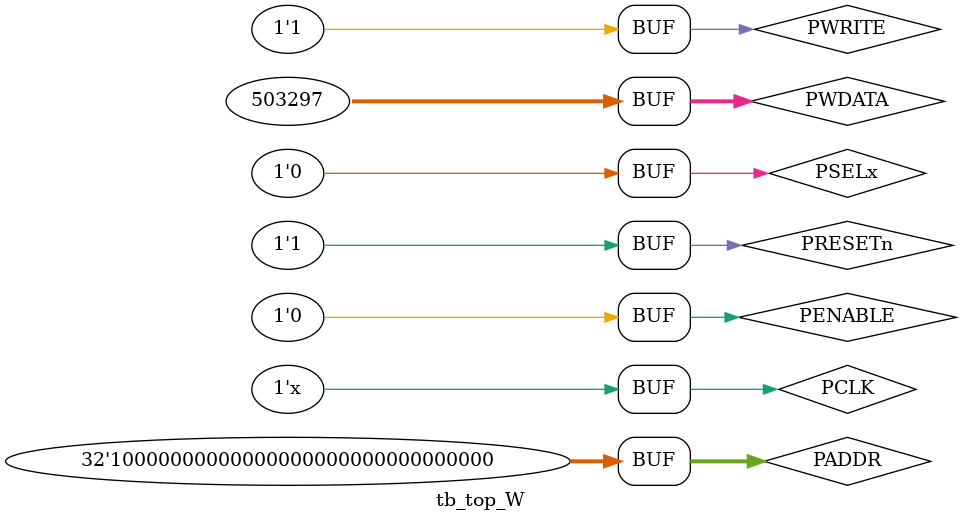
<source format=v>
`timescale 1ns / 1ps


module tb_top_W;

	// Inputs
	reg PCLK;
	reg PRESETn;
	reg [31:0] PADDR;
	reg PSELx;
	reg PENABLE;
	reg PWRITE;
	reg [31:0] PWDATA;

	// Outputs
	wire [31:0] PRDATA;
	wire SCL;

	// Bidirs
	wire SDA;

	// Instantiate the Unit Under Test (UUT)
	mod_top uut (
		.PCLK(PCLK), 
		.PRESETn(PRESETn), 
		.PADDR(PADDR), 
		.PSELx(PSELx), 
		.PENABLE(PENABLE), 
		.PWRITE(PWRITE), 
		.PRDATA(PRDATA), 
		.PWDATA(PWDATA), 
		.SDA(SDA), 
		.SCL(SCL)
	);

	initial begin
		// Initialize Inputs
		PCLK = 0;
		PRESETn = 1;
		PADDR = 0;
		PSELx = 0;
		PENABLE = 0;
		PWRITE = 0;
		PWDATA = 0;

		// Wait 100 ns for global reset to finish
		#100;
        
		// Add stimulus here
		
		//reset
		#10 PRESETn = 0;
		#80 PRESETn = 1;
		
		// kezdocimre 1 beirasa
		// DATA | ADDR |R/W|Sp|R|S|
		#40 PADDR = 32'h80000000; 
		PWDATA[18:11] = 8'hF5; //data
		PWDATA[10:4] = 7'h60; // address
		PWDATA[3] = 0; // write
		PWDATA[2] = 0; // speed
		PWDATA[0] = 1; // start
		
		#5 PWRITE = 1; // AMBA write
		#10 PSELx = 1;	// selecting
		#25 //penable csak kovetkezo ciklusban!
		#10 PENABLE = 1;  //enabling
		
		//to idle
		#60 PENABLE = 0; PSELx = 0;

	end
	
	always begin
		#25 PCLK = ~PCLK;
	end
      
endmodule


</source>
